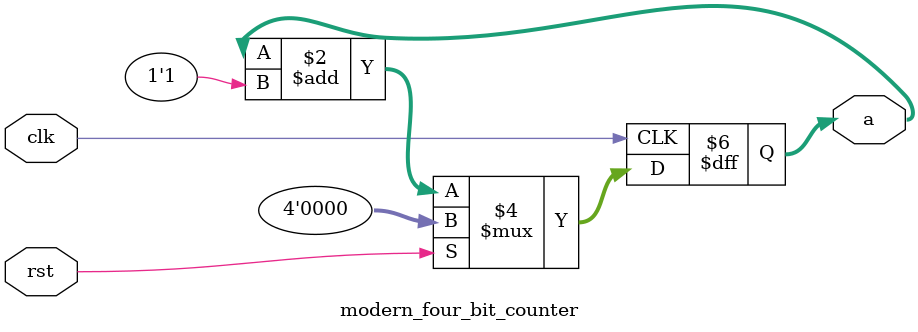
<source format=v>
module modern_four_bit_counter(clk, rst, a);
input clk, rst;
output reg [3:0] a;
always @ (posedge clk)
 if (rst)
    a <= 4'b0000;
  else
    a <= a + 1'b1;
endmodule

</source>
